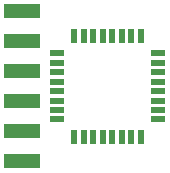
<source format=gtp>
G75*
G70*
%OFA0B0*%
%FSLAX24Y24*%
%IPPOS*%
%LPD*%
%AMOC8*
5,1,8,0,0,1.08239X$1,22.5*
%
%ADD10R,0.0500X0.0220*%
%ADD11R,0.0220X0.0500*%
%ADD12R,0.1200X0.0500*%
D10*
X004995Y001900D03*
X004995Y002215D03*
X004995Y002530D03*
X004995Y002844D03*
X004995Y003159D03*
X004995Y003474D03*
X004995Y003789D03*
X004995Y004104D03*
X008375Y004104D03*
X008375Y003789D03*
X008375Y003474D03*
X008375Y003159D03*
X008375Y002844D03*
X008375Y002530D03*
X008375Y002215D03*
X008375Y001900D03*
D11*
X007787Y001312D03*
X007472Y001312D03*
X007157Y001312D03*
X006842Y001312D03*
X006527Y001312D03*
X006212Y001312D03*
X005897Y001312D03*
X005583Y001312D03*
X005583Y004692D03*
X005897Y004692D03*
X006212Y004692D03*
X006527Y004692D03*
X006842Y004692D03*
X007157Y004692D03*
X007472Y004692D03*
X007787Y004692D03*
D12*
X003835Y000502D03*
X003835Y001502D03*
X003835Y002502D03*
X003835Y003502D03*
X003835Y004502D03*
X003835Y005502D03*
M02*

</source>
